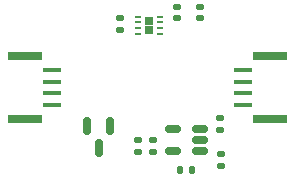
<source format=gtp>
%TF.GenerationSoftware,KiCad,Pcbnew,7.0.2-6a45011f42~172~ubuntu22.04.1*%
%TF.CreationDate,2023-09-16T18:58:55-07:00*%
%TF.ProjectId,i_control_led,695f636f-6e74-4726-9f6c-5f6c65642e6b,rev?*%
%TF.SameCoordinates,Original*%
%TF.FileFunction,Paste,Top*%
%TF.FilePolarity,Positive*%
%FSLAX46Y46*%
G04 Gerber Fmt 4.6, Leading zero omitted, Abs format (unit mm)*
G04 Created by KiCad (PCBNEW 7.0.2-6a45011f42~172~ubuntu22.04.1) date 2023-09-16 18:58:55*
%MOMM*%
%LPD*%
G01*
G04 APERTURE LIST*
G04 Aperture macros list*
%AMRoundRect*
0 Rectangle with rounded corners*
0 $1 Rounding radius*
0 $2 $3 $4 $5 $6 $7 $8 $9 X,Y pos of 4 corners*
0 Add a 4 corners polygon primitive as box body*
4,1,4,$2,$3,$4,$5,$6,$7,$8,$9,$2,$3,0*
0 Add four circle primitives for the rounded corners*
1,1,$1+$1,$2,$3*
1,1,$1+$1,$4,$5*
1,1,$1+$1,$6,$7*
1,1,$1+$1,$8,$9*
0 Add four rect primitives between the rounded corners*
20,1,$1+$1,$2,$3,$4,$5,0*
20,1,$1+$1,$4,$5,$6,$7,0*
20,1,$1+$1,$6,$7,$8,$9,0*
20,1,$1+$1,$8,$9,$2,$3,0*%
G04 Aperture macros list end*
%ADD10R,3.000000X0.800000*%
%ADD11R,1.600000X0.400000*%
%ADD12RoundRect,0.135000X-0.185000X0.135000X-0.185000X-0.135000X0.185000X-0.135000X0.185000X0.135000X0*%
%ADD13RoundRect,0.150000X0.512500X0.150000X-0.512500X0.150000X-0.512500X-0.150000X0.512500X-0.150000X0*%
%ADD14RoundRect,0.140000X0.170000X-0.140000X0.170000X0.140000X-0.170000X0.140000X-0.170000X-0.140000X0*%
%ADD15R,0.750000X0.650000*%
%ADD16R,0.500000X0.250000*%
%ADD17RoundRect,0.135000X0.185000X-0.135000X0.185000X0.135000X-0.185000X0.135000X-0.185000X-0.135000X0*%
%ADD18RoundRect,0.135000X-0.135000X-0.185000X0.135000X-0.185000X0.135000X0.185000X-0.135000X0.185000X0*%
%ADD19RoundRect,0.140000X-0.170000X0.140000X-0.170000X-0.140000X0.170000X-0.140000X0.170000X0.140000X0*%
%ADD20RoundRect,0.150000X-0.150000X0.587500X-0.150000X-0.587500X0.150000X-0.587500X0.150000X0.587500X0*%
G04 APERTURE END LIST*
D10*
%TO.C,J1*%
X52300000Y-62650000D03*
X52300000Y-57350000D03*
D11*
X54625000Y-58500000D03*
X54625000Y-59500000D03*
X54625000Y-60500000D03*
X54625000Y-61500000D03*
%TD*%
D10*
%TO.C,J2*%
X73100000Y-57350000D03*
X73100000Y-62650000D03*
D11*
X70775000Y-61500000D03*
X70775000Y-60500000D03*
X70775000Y-59500000D03*
X70775000Y-58500000D03*
%TD*%
D12*
%TO.C,R1*%
X68870000Y-62540000D03*
X68870000Y-63560000D03*
%TD*%
D13*
%TO.C,U2*%
X67100000Y-65375000D03*
X67100000Y-64425000D03*
X67100000Y-63475000D03*
X64825000Y-63475000D03*
X64825000Y-65375000D03*
%TD*%
D14*
%TO.C,C4*%
X63150000Y-65430000D03*
X63150000Y-64470000D03*
%TD*%
D15*
%TO.C,U1*%
X62825000Y-54340000D03*
X62825000Y-55140000D03*
D16*
X61875000Y-53990000D03*
X61875000Y-54490000D03*
X61875000Y-54990000D03*
X61875000Y-55490000D03*
X63775000Y-55490000D03*
X63775000Y-54990000D03*
X63775000Y-54490000D03*
X63775000Y-53990000D03*
%TD*%
D14*
%TO.C,C3*%
X67140000Y-54130000D03*
X67140000Y-53170000D03*
%TD*%
D17*
%TO.C,R3*%
X68880000Y-66630000D03*
X68880000Y-65610000D03*
%TD*%
D18*
%TO.C,R2*%
X65455000Y-66975000D03*
X66475000Y-66975000D03*
%TD*%
D19*
%TO.C,C1*%
X65200000Y-53185000D03*
X65200000Y-54145000D03*
%TD*%
D14*
%TO.C,C5*%
X61925000Y-65435000D03*
X61925000Y-64475000D03*
%TD*%
D20*
%TO.C,Q1*%
X59500000Y-63225000D03*
X57600000Y-63225000D03*
X58550000Y-65100000D03*
%TD*%
D14*
%TO.C,C2*%
X60330000Y-55110000D03*
X60330000Y-54150000D03*
%TD*%
M02*

</source>
